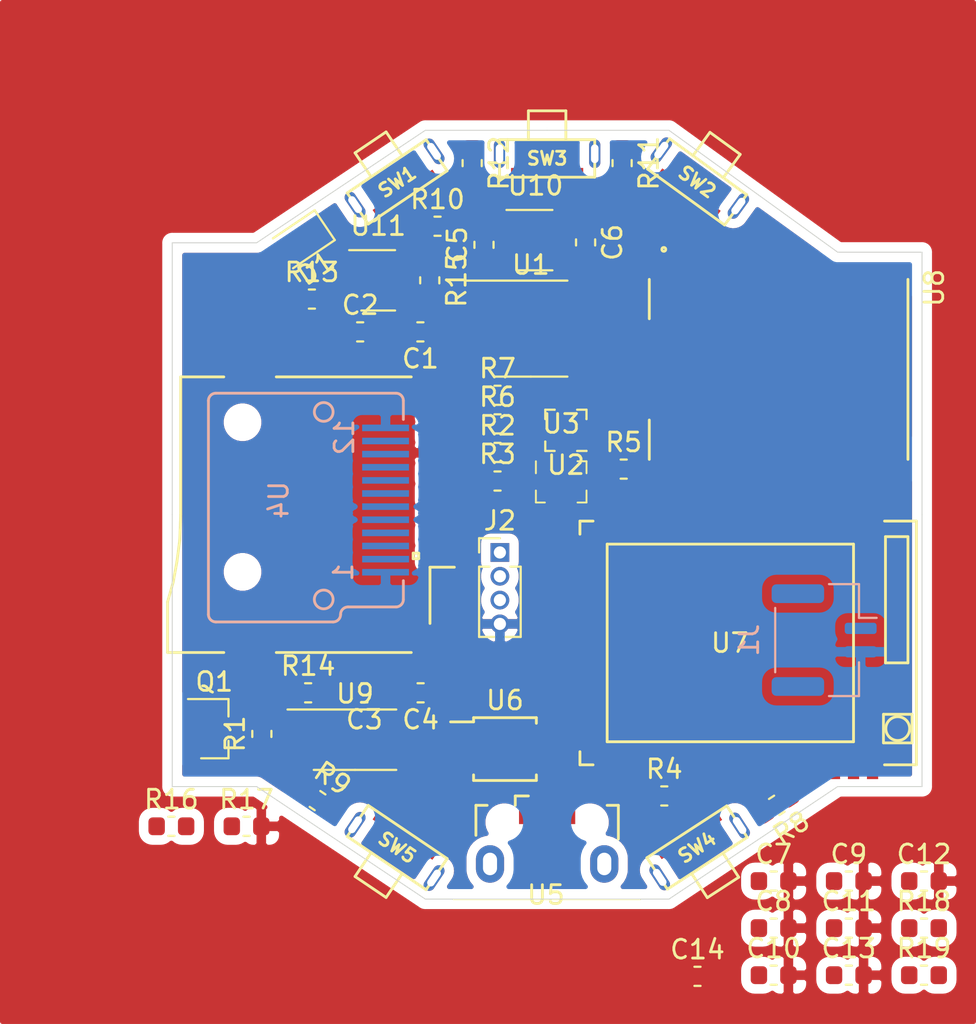
<source format=kicad_pcb>
(kicad_pcb (version 20171130) (host pcbnew 5.1.6-c6e7f7d~87~ubuntu18.04.1)
  (layers (0 F.Cu signal) (31 B.Cu signal) (34 B.Paste user) (35 F.Paste user) (36 B.SilkS user) (37 F.SilkS user) (38 B.Mask user) (39 F.Mask user) (44 Edge.Cuts user))
  (net 0 "")
  (net 1 /EN)
  (net 2 +3V3)
  (net 3 /FLASH)
  (net 4 GND)
  (net 5 "Net-(D1-Pad2)")
  (net 6 "Net-(D1-Pad1)")
  (net 7 /LEDK)
  (net 8 "Net-(R5-Pad1)")
  (net 9 /TX)
  (net 10 /BTN2)
  (net 11 /BTN3)
  (net 12 /BTN4)
  (net 13 /RX)
  (net 14 /D+)
  (net 15 /D-)
  (net 16 /SCL)
  (net 17 /SDA)
  (net 18 /PIN_LED)
  (net 19 /GPS_SDA)
  (net 20 /GPS_SCL)
  (net 21 /STAT_PWR)
  (net 22 /SCK)
  (net 23 /MOSI)
  (net 24 /MISO)
  (net 25 /IO34)
  (net 26 /IO35)
  (net 27 "Net-(U10-Pad4)")
  (net 28 "Net-(XS1-Pad9)")
  (net 29 "Net-(XS1-Pad8)")
  (net 30 "Net-(XS1-Pad1)")
  (net 31 "Net-(R1-Pad2)")
  (net 32 "Net-(R4-Pad1)")
  (net 33 "Net-(R5-Pad2)")
  (net 34 "Net-(R14-Pad1)")
  (net 35 "Net-(R15-Pad1)")
  (net 36 "Net-(U1-Pad4)")
  (net 37 "Net-(U1-Pad1)")
  (net 38 "Net-(U2-Pad4)")
  (net 39 "Net-(U2-Pad11)")
  (net 40 "Net-(U5-Pad2)")
  (net 41 "Net-(U6-Pad4)")
  (net 42 "Net-(U6-Pad5)")
  (net 43 "Net-(U6-Pad6)")
  (net 44 "Net-(U7-Pad22)")
  (net 45 "Net-(U7-Pad21)")
  (net 46 "Net-(U7-Pad20)")
  (net 47 "Net-(U7-Pad19)")
  (net 48 "Net-(U7-Pad32)")
  (net 49 "Net-(U7-Pad27)")
  (net 50 "Net-(U7-Pad28)")
  (net 51 "Net-(U7-Pad5)")
  (net 52 "Net-(U8-Pad29)")
  (net 53 "Net-(U8-Pad28)")
  (net 54 "Net-(U8-Pad30)")
  (net 55 "Net-(U8-Pad1)")
  (net 56 "Net-(U8-Pad7)")
  (net 57 "Net-(U8-Pad24)")
  (net 58 "Net-(U8-Pad20)")
  (net 59 "Net-(U8-Pad23)")
  (net 60 "Net-(U9-Pad2)")
  (net 61 /B_MON)
  (net 62 /RTC_INT)
  (net 63 /TFT_DC)
  (net 64 /TFT_CS)
  (net 65 /TFT_RST)
  (net 66 /GPS_RX)
  (net 67 /GPS_TX)
  (net 68 /SD_CS)
  (net 69 "Net-(U8-Pad2)")
  (net 70 VBUS)
  (net 71 +BATT)
  (net 72 VDD)
  (module Capacitor_SMD:C_0603_1608Metric (layer F.Cu) (at 168.021 134.62)
    (fp_text reference C14 (at 0 -1.43) (layer F.SilkS))
    (fp_text value 0.1u)
    (pad 2 smd roundrect (at 0.7875 0) (size 0.875 0.95) (layers F.Cu F.Paste F.Mask) (net 4 GND))
    (pad 1 smd roundrect (at -0.7875 0) (size 0.875 0.95) (layers F.Cu F.Paste F.Mask) (net 2 +3V3))
  )
  (module open-Smartwatch:Quectel_L96 (layer F.Cu) (at 172.25 102.25 270)
    (fp_text reference U8 (at -4.35 -8.4 90) (layer F.SilkS))
    (fp_text value Quectel_L96)
    (pad 29 smd rect (at 0 6.75) (size 1.5 0.7) (layers F.Cu F.Paste F.Mask) (net 52 "Net-(U8-Pad29)"))
    (pad 28 smd rect (at 1 6.75) (size 1.5 0.7) (layers F.Cu F.Paste F.Mask) (net 53 "Net-(U8-Pad28)"))
    (pad 27 smd rect (at 2 6.75) (size 1.5 0.7) (layers F.Cu F.Paste F.Mask) (net 4 GND))
    (pad 30 smd rect (at -1 6.75) (size 1.5 0.7) (layers F.Cu F.Paste F.Mask) (net 54 "Net-(U8-Pad30)"))
    (pad 31 smd rect (at -2 6.75) (size 1.5 0.7) (layers F.Cu F.Paste F.Mask) (net 4 GND))
    (pad 1 smd rect (at -4.78 6.025 90) (size 1.5 0.7) (layers F.Cu F.Paste F.Mask) (net 55 "Net-(U8-Pad1)"))
    (pad 2 smd rect (at -4.78 5.025 90) (size 1.5 0.7) (layers F.Cu F.Paste F.Mask) (net 69 "Net-(U8-Pad2)"))
    (pad 3 smd rect (at -4.78 4.025 90) (size 1.5 0.7) (layers F.Cu F.Paste F.Mask) (net 19 /GPS_SDA))
    (pad 4 smd rect (at -4.78 3.025 90) (size 1.5 0.7) (layers F.Cu F.Paste F.Mask) (net 4 GND))
    (pad 5 smd rect (at -4.78 2.025 90) (size 1.5 0.7) (layers F.Cu F.Paste F.Mask) (net 4 GND))
    (pad 6 smd rect (at -4.78 1.025 90) (size 1.5 0.7) (layers F.Cu F.Paste F.Mask) (net 20 /GPS_SCL))
    (pad 7 smd rect (at -4.78 0.025 90) (size 1.5 0.7) (layers F.Cu F.Paste F.Mask) (net 56 "Net-(U8-Pad7)"))
    (pad 8 smd rect (at -4.78 -0.975 90) (size 1.5 0.7) (layers F.Cu F.Paste F.Mask) (net 2 +3V3))
    (pad 9 smd rect (at -4.78 -1.975 90) (size 1.5 0.7) (layers F.Cu F.Paste F.Mask) (net 2 +3V3))
    (pad 10 smd rect (at -4.78 -2.975 90) (size 1.5 0.7) (layers F.Cu F.Paste F.Mask) (net 4 GND))
    (pad 11 smd rect (at -4.78 -3.975 90) (size 1.5 0.7) (layers F.Cu F.Paste F.Mask) (net 4 GND))
    (pad 12 smd rect (at -4.78 -4.975 90) (size 1.5 0.7) (layers F.Cu F.Paste F.Mask) (net 4 GND))
    (pad 13 smd rect (at -4.78 -6.125 90) (size 1.5 0.7) (layers F.Cu F.Paste F.Mask) (net 4 GND))
    (pad 14 smd rect (at 4.78 -6.125 90) (size 2.15 0.7) (layers F.Cu F.Paste F.Mask) (net 4 GND))
    (pad 17 smd rect (at 4.78 -2.975 90) (size 2.15 0.7) (layers F.Cu F.Paste F.Mask) (net 33 "Net-(R5-Pad2)"))
    (pad 26 smd rect (at 4.78 6.025 90) (size 1.5 0.7) (layers F.Cu F.Paste F.Mask) (net 67 /GPS_TX))
    (pad 15 smd rect (at 4.78 -4.975 90) (size 2.15 0.7) (layers F.Cu F.Paste F.Mask) (net 4 GND))
    (pad 22 smd rect (at 4.78 2.025 90) (size 1.5 0.7) (layers F.Cu F.Paste F.Mask) (net 4 GND))
    (pad 16 smd rect (at 4.78 -3.975 90) (size 2.15 0.7) (layers F.Cu F.Paste F.Mask) (net 8 "Net-(R5-Pad1)"))
    (pad 21 smd rect (at 4.78 1.025 90) (size 2.15 0.7) (layers F.Cu F.Paste F.Mask) (net 4 GND))
    (pad 18 smd rect (at 4.78 -1.975 90) (size 2.15 0.7) (layers F.Cu F.Paste F.Mask) (net 4 GND))
    (pad 19 smd rect (at 4.78 -0.975 90) (size 2.15 0.7) (layers F.Cu F.Paste F.Mask) (net 4 GND))
    (pad 24 smd rect (at 4.78 4.025 90) (size 1.5 0.7) (layers F.Cu F.Paste F.Mask) (net 57 "Net-(U8-Pad24)"))
    (pad 20 smd rect (at 4.78 0.025 90) (size 2.15 0.7) (layers F.Cu F.Paste F.Mask) (net 58 "Net-(U8-Pad20)"))
    (pad 25 smd rect (at 4.78 5.025 90) (size 1.5 0.7) (layers F.Cu F.Paste F.Mask) (net 66 /GPS_RX))
    (pad 23 smd rect (at 4.78 3.025 90) (size 1.5 0.7) (layers F.Cu F.Paste F.Mask) (net 59 "Net-(U8-Pad23)"))
  )
  (module Resistor_SMD:R_0603_1608Metric (layer F.Cu) (at 180.105 134.56)
    (fp_text reference R19 (at 0 -1.43) (layer F.SilkS))
    (fp_text value 2.2K)
    (pad 2 smd roundrect (at 0.7875 0) (size 0.875 0.95) (layers F.Cu F.Paste F.Mask) (net 21 /STAT_PWR))
    (pad 1 smd roundrect (at -0.7875 0) (size 0.875 0.95) (layers F.Cu F.Paste F.Mask) (net 72 VDD))
  )
  (module Resistor_SMD:R_0603_1608Metric (layer F.Cu) (at 180.105 132.05)
    (fp_text reference R18 (at 0 -1.43) (layer F.SilkS))
    (fp_text value 2.2K)
    (pad 2 smd roundrect (at 0.7875 0) (size 0.875 0.95) (layers F.Cu F.Paste F.Mask) (net 2 +3V3))
    (pad 1 smd roundrect (at -0.7875 0) (size 0.875 0.95) (layers F.Cu F.Paste F.Mask) (net 62 /RTC_INT))
  )
  (module Capacitor_SMD:C_0603_1608Metric (layer F.Cu) (at 176.095 134.56)
    (fp_text reference C13 (at 0 -1.43) (layer F.SilkS))
    (fp_text value 0.1u)
    (pad 2 smd roundrect (at 0.7875 0) (size 0.875 0.95) (layers F.Cu F.Paste F.Mask) (net 4 GND))
    (pad 1 smd roundrect (at -0.7875 0) (size 0.875 0.95) (layers F.Cu F.Paste F.Mask) (net 2 +3V3))
  )
  (module Capacitor_SMD:C_0603_1608Metric (layer F.Cu) (at 180.105 129.54)
    (fp_text reference C12 (at 0 -1.43) (layer F.SilkS))
    (fp_text value 0.1u)
    (pad 2 smd roundrect (at 0.7875 0) (size 0.875 0.95) (layers F.Cu F.Paste F.Mask) (net 4 GND))
    (pad 1 smd roundrect (at -0.7875 0) (size 0.875 0.95) (layers F.Cu F.Paste F.Mask) (net 2 +3V3))
  )
  (module Capacitor_SMD:C_0603_1608Metric (layer F.Cu) (at 176.095 132.05)
    (fp_text reference C11 (at 0 -1.43) (layer F.SilkS))
    (fp_text value 0.1u)
    (pad 2 smd roundrect (at 0.7875 0) (size 0.875 0.95) (layers F.Cu F.Paste F.Mask) (net 4 GND))
    (pad 1 smd roundrect (at -0.7875 0) (size 0.875 0.95) (layers F.Cu F.Paste F.Mask) (net 2 +3V3))
  )
  (module Capacitor_SMD:C_0603_1608Metric (layer F.Cu) (at 172.085 134.56)
    (fp_text reference C10 (at 0 -1.43) (layer F.SilkS))
    (fp_text value 0.1u)
    (pad 2 smd roundrect (at 0.7875 0) (size 0.875 0.95) (layers F.Cu F.Paste F.Mask) (net 4 GND))
    (pad 1 smd roundrect (at -0.7875 0) (size 0.875 0.95) (layers F.Cu F.Paste F.Mask) (net 2 +3V3))
  )
  (module Capacitor_SMD:C_0603_1608Metric (layer F.Cu) (at 176.095 129.54)
    (fp_text reference C9 (at 0 -1.43) (layer F.SilkS))
    (fp_text value 0.1u)
    (pad 2 smd roundrect (at 0.7875 0) (size 0.875 0.95) (layers F.Cu F.Paste F.Mask) (net 4 GND))
    (pad 1 smd roundrect (at -0.7875 0) (size 0.875 0.95) (layers F.Cu F.Paste F.Mask) (net 2 +3V3))
  )
  (module Capacitor_SMD:C_0603_1608Metric (layer F.Cu) (at 172.085 132.05)
    (fp_text reference C8 (at 0 -1.43) (layer F.SilkS))
    (fp_text value 0.1u)
    (pad 2 smd roundrect (at 0.7875 0) (size 0.875 0.95) (layers F.Cu F.Paste F.Mask) (net 4 GND))
    (pad 1 smd roundrect (at -0.7875 0) (size 0.875 0.95) (layers F.Cu F.Paste F.Mask) (net 2 +3V3))
  )
  (module Capacitor_SMD:C_0603_1608Metric (layer F.Cu) (at 172.085 129.54)
    (fp_text reference C7 (at 0 -1.43) (layer F.SilkS))
    (fp_text value 0.1u)
    (pad 2 smd roundrect (at 0.7875 0) (size 0.875 0.95) (layers F.Cu F.Paste F.Mask) (net 4 GND))
    (pad 1 smd roundrect (at -0.7875 0) (size 0.875 0.95) (layers F.Cu F.Paste F.Mask) (net 2 +3V3))
  )
  (module Connector_PinHeader_1.27mm:PinHeader_1x04_P1.27mm_Vertical (layer F.Cu) (at 157.48 112.014)
    (fp_text reference J2 (at 0 -1.695) (layer F.SilkS))
    (fp_text value Conn_01x04)
    (pad 4 thru_hole oval (at 0 3.81) (size 1 1) (drill 0.65) (layers *.Cu *.Mask) (net 4 GND))
    (pad 3 thru_hole oval (at 0 2.54) (size 1 1) (drill 0.65) (layers *.Cu *.Mask) (net 2 +3V3))
    (pad 2 thru_hole oval (at 0 1.27) (size 1 1) (drill 0.65) (layers *.Cu *.Mask) (net 17 /SDA))
    (pad 1 thru_hole rect (at 0 0) (size 1 1) (drill 0.65) (layers *.Cu *.Mask) (net 16 /SCL))
  )
  (module Resistor_SMD:R_0603_1608Metric (layer F.Cu) (at 143.964 126.619)
    (fp_text reference R17 (at 0 -1.43) (layer F.SilkS))
    (fp_text value 2.2M)
    (pad 2 smd roundrect (at 0.7875 0) (size 0.875 0.95) (layers F.Cu F.Paste F.Mask) (net 4 GND))
    (pad 1 smd roundrect (at -0.7875 0) (size 0.875 0.95) (layers F.Cu F.Paste F.Mask) (net 61 /B_MON))
  )
  (module Resistor_SMD:R_0603_1608Metric (layer F.Cu) (at 139.954 126.619)
    (fp_text reference R16 (at 0 -1.43) (layer F.SilkS))
    (fp_text value 10M)
    (pad 2 smd roundrect (at 0.7875 0) (size 0.875 0.95) (layers F.Cu F.Paste F.Mask) (net 61 /B_MON))
    (pad 1 smd roundrect (at -0.7875 0) (size 0.875 0.95) (layers F.Cu F.Paste F.Mask) (net 71 +BATT))
  )
  (module Resistor_SMD:R_0603_1608Metric (layer F.Cu) (at 164.084 107.569)
    (fp_text reference R5 (at 0 -1.43) (layer F.SilkS))
    (fp_text value 0R)
    (pad 2 smd roundrect (at 0.7875 0) (size 0.875 0.95) (layers F.Cu F.Paste F.Mask) (net 33 "Net-(R5-Pad2)"))
    (pad 1 smd roundrect (at -0.7875 0) (size 0.875 0.95) (layers F.Cu F.Paste F.Mask) (net 8 "Net-(R5-Pad1)"))
  )
  (module Resistor_SMD:R_0603_1608Metric (layer F.Cu) (at 157.353 103.632)
    (fp_text reference R7 (at 0 -1.43) (layer F.SilkS))
    (fp_text value 2.2k)
    (pad 2 smd roundrect (at 0.7875 0) (size 0.875 0.95) (layers F.Cu F.Paste F.Mask) (net 16 /SCL))
    (pad 1 smd roundrect (at -0.7875 0) (size 0.875 0.95) (layers F.Cu F.Paste F.Mask) (net 2 +3V3))
  )
  (module Resistor_SMD:R_0603_1608Metric (layer F.Cu) (at 157.353 105.156)
    (fp_text reference R6 (at 0 -1.43) (layer F.SilkS))
    (fp_text value 2.2k)
    (pad 2 smd roundrect (at 0.7875 0) (size 0.875 0.95) (layers F.Cu F.Paste F.Mask) (net 17 /SDA))
    (pad 1 smd roundrect (at -0.7875 0) (size 0.875 0.95) (layers F.Cu F.Paste F.Mask) (net 2 +3V3))
  )
  (module Resistor_SMD:R_0603_1608Metric (layer F.Cu) (at 157.353 108.204)
    (fp_text reference R3 (at 0 -1.43) (layer F.SilkS))
    (fp_text value 2.2k)
    (pad 2 smd roundrect (at 0.7875 0) (size 0.875 0.95) (layers F.Cu F.Paste F.Mask) (net 20 /GPS_SCL))
    (pad 1 smd roundrect (at -0.7875 0) (size 0.875 0.95) (layers F.Cu F.Paste F.Mask) (net 2 +3V3))
  )
  (module Resistor_SMD:R_0603_1608Metric (layer F.Cu) (at 157.353 106.68)
    (fp_text reference R2 (at 0 -1.43) (layer F.SilkS))
    (fp_text value 2.2k)
    (pad 2 smd roundrect (at 0.7875 0) (size 0.875 0.95) (layers F.Cu F.Paste F.Mask) (net 19 /GPS_SDA))
    (pad 1 smd roundrect (at -0.7875 0) (size 0.875 0.95) (layers F.Cu F.Paste F.Mask) (net 2 +3V3))
  )
  (module Connector_JST:JST_GH_BM02B-GHS-TBT_1x02-1MP_P1.25mm_Vertical (layer B.Cu) (at 174.7774 116.6876 270)
    (fp_text reference J1 (at 0 4 90) (layer B.SilkS) (effects (justify mirror)))
    (fp_text value Conn_01x02)
    (pad MP smd roundrect (at 2.475 1.4 270) (size 1 2.8) (layers B.Cu B.Paste B.Mask))
    (pad MP smd roundrect (at -2.475 1.4 270) (size 1 2.8) (layers B.Cu B.Paste B.Mask))
    (pad 2 smd roundrect (at 0.625 -1.95 270) (size 0.6 1.7) (layers B.Cu B.Paste B.Mask) (net 4 GND))
    (pad 1 smd roundrect (at -0.625 -1.95 270) (size 0.6 1.7) (layers B.Cu B.Paste B.Mask) (net 71 +BATT))
  )
  (module open-Smartwatch:Bosch_LGA-8_2x2.5mm_P0.65mm_ClockwisePinNumbering (layer F.Cu) (at 160.75 108.25)
    (fp_text reference U3 (at 0 -3.1) (layer F.SilkS))
    (fp_text value BMP280)
    (pad 1 smd rect (at -0.975 -0.8 90) (size 0.5 0.35) (layers F.Cu F.Paste F.Mask) (net 4 GND))
    (pad 5 smd rect (at 0.975 0.8 90) (size 0.5 0.35) (layers F.Cu F.Paste F.Mask) (net 4 GND))
    (pad 6 smd rect (at 0.325 0.8 90) (size 0.5 0.35) (layers F.Cu F.Paste F.Mask) (net 2 +3V3))
    (pad 7 smd rect (at -0.325 0.8 90) (size 0.5 0.35) (layers F.Cu F.Paste F.Mask) (net 4 GND))
    (pad 4 smd rect (at 0.975 -0.8 90) (size 0.5 0.35) (layers F.Cu F.Paste F.Mask) (net 16 /SCL))
    (pad 3 smd rect (at 0.325 -0.8 90) (size 0.5 0.35) (layers F.Cu F.Paste F.Mask) (net 17 /SDA))
    (pad 2 smd rect (at -0.325 -0.8 90) (size 0.5 0.35) (layers F.Cu F.Paste F.Mask) (net 2 +3V3))
    (pad 8 smd rect (at -0.975 0.8 90) (size 0.5 0.35) (layers F.Cu F.Paste F.Mask) (net 2 +3V3))
  )
  (module open-Smartwatch:LGA-12_2x2mm_P0.5mm (layer F.Cu) (at 161 105.5 180)
    (fp_text reference U2 (at 0 -1.85) (layer F.SilkS))
    (fp_text value BMA400)
    (pad 2 smd rect (at -0.7625 -0.25 180) (size 0.375 0.35) (layers F.Cu F.Paste F.Mask) (net 17 /SDA))
    (pad 3 smd rect (at -0.7625 0.25 180) (size 0.375 0.35) (layers F.Cu F.Paste F.Mask) (net 2 +3V3))
    (pad 9 smd rect (at 0.7625 -0.25 180) (size 0.375 0.35) (layers F.Cu F.Paste F.Mask) (net 4 GND))
    (pad 8 smd rect (at 0.7625 0.25 180) (size 0.375 0.35) (layers F.Cu F.Paste F.Mask) (net 4 GND))
    (pad 4 smd rect (at -0.7625 0.75 180) (size 0.375 0.35) (layers F.Cu F.Paste F.Mask) (net 38 "Net-(U2-Pad4)"))
    (pad 7 smd rect (at 0.7625 0.75 180) (size 0.375 0.35) (layers F.Cu F.Paste F.Mask) (net 2 +3V3))
    (pad 1 smd rect (at -0.7625 -0.75 180) (size 0.375 0.35) (layers F.Cu F.Paste F.Mask) (net 4 GND))
    (pad 10 smd rect (at 0.7625 -0.75 180) (size 0.375 0.35) (layers F.Cu F.Paste F.Mask) (net 2 +3V3))
    (pad 5 smd rect (at -0.25 0.7625 270) (size 0.375 0.35) (layers F.Cu F.Paste F.Mask) (net 25 /IO34))
    (pad 6 smd rect (at 0.25 0.7625 270) (size 0.375 0.35) (layers F.Cu F.Paste F.Mask) (net 26 /IO35))
    (pad 11 smd rect (at 0.25 -0.7625 270) (size 0.375 0.35) (layers F.Cu F.Paste F.Mask) (net 39 "Net-(U2-Pad11)"))
    (pad 12 smd rect (at -0.25 -0.7625 270) (size 0.375 0.35) (layers F.Cu F.Paste F.Mask) (net 16 /SCL))
  )
  (module Package_SO:SOIC-8_3.9x4.9mm_P1.27mm (layer F.Cu) (at 159.131 100.076)
    (fp_text reference U1 (at 0 -3.4) (layer F.SilkS))
    (fp_text value DS3231MZ)
    (pad 8 smd roundrect (at 2.475 -1.905) (size 1.95 0.6) (layers F.Cu F.Paste F.Mask) (net 16 /SCL))
    (pad 7 smd roundrect (at 2.475 -0.635) (size 1.95 0.6) (layers F.Cu F.Paste F.Mask) (net 17 /SDA))
    (pad 6 smd roundrect (at 2.475 0.635) (size 1.95 0.6) (layers F.Cu F.Paste F.Mask) (net 2 +3V3))
    (pad 5 smd roundrect (at 2.475 1.905) (size 1.95 0.6) (layers F.Cu F.Paste F.Mask) (net 4 GND))
    (pad 4 smd roundrect (at -2.475 1.905) (size 1.95 0.6) (layers F.Cu F.Paste F.Mask) (net 36 "Net-(U1-Pad4)"))
    (pad 3 smd roundrect (at -2.475 0.635) (size 1.95 0.6) (layers F.Cu F.Paste F.Mask) (net 62 /RTC_INT))
    (pad 2 smd roundrect (at -2.475 -0.635) (size 1.95 0.6) (layers F.Cu F.Paste F.Mask) (net 2 +3V3))
    (pad 1 smd roundrect (at -2.475 -1.905) (size 1.95 0.6) (layers F.Cu F.Paste F.Mask) (net 37 "Net-(U1-Pad1)"))
  )
  (module open-Smartwatch:MSOP-10_3x3mm_P0.5mm (layer F.Cu) (at 157.75 122.5)
    (fp_text reference U6 (at 0 -2.6) (layer F.SilkS))
    (fp_text value CH340E)
    (pad 1 smd rect (at -2.2 -1) (size 1.4 0.3) (layers F.Cu F.Paste F.Mask) (net 14 /D+))
    (pad 2 smd rect (at -2.2 -0.5) (size 1.4 0.3) (layers F.Cu F.Paste F.Mask) (net 15 /D-))
    (pad 3 smd rect (at -2.2 0) (size 1.4 0.3) (layers F.Cu F.Paste F.Mask) (net 4 GND))
    (pad 4 smd rect (at -2.2 0.5) (size 1.4 0.3) (layers F.Cu F.Paste F.Mask) (net 41 "Net-(U6-Pad4)"))
    (pad 5 smd rect (at -2.2 1) (size 1.4 0.3) (layers F.Cu F.Paste F.Mask) (net 42 "Net-(U6-Pad5)"))
    (pad 6 smd rect (at 2.2 1) (size 1.4 0.3) (layers F.Cu F.Paste F.Mask) (net 43 "Net-(U6-Pad6)"))
    (pad 7 smd rect (at 2.2 0.5) (size 1.4 0.3) (layers F.Cu F.Paste F.Mask) (net 2 +3V3))
    (pad 8 smd rect (at 2.2 0) (size 1.4 0.3) (layers F.Cu F.Paste F.Mask) (net 13 /RX))
    (pad 9 smd rect (at 2.2 -0.5) (size 1.4 0.3) (layers F.Cu F.Paste F.Mask) (net 32 "Net-(R4-Pad1)"))
    (pad 10 smd rect (at 2.2 -1) (size 1.4 0.3) (layers F.Cu F.Paste F.Mask) (net 2 +3V3))
  )
  (module open-Smartwatch:TSSOP-8_4.4x3mm_P0.65mm (layer F.Cu) (at 149.75 122)
    (fp_text reference U9 (at 0 -2.45) (layer F.SilkS))
    (fp_text value TPS2115A_default)
    (pad 1 smd roundrect (at -2.8625 -0.975) (size 1.475 0.4) (layers F.Cu F.Paste F.Mask) (net 21 /STAT_PWR))
    (pad 2 smd roundrect (at -2.8625 -0.325) (size 1.475 0.4) (layers F.Cu F.Paste F.Mask) (net 60 "Net-(U9-Pad2)"))
    (pad 3 smd roundrect (at -2.8625 0.325) (size 1.475 0.4) (layers F.Cu F.Paste F.Mask) (net 4 GND))
    (pad 4 smd roundrect (at -2.8625 0.975) (size 1.475 0.4) (layers F.Cu F.Paste F.Mask) (net 34 "Net-(R14-Pad1)"))
    (pad 5 smd roundrect (at 2.8625 0.975) (size 1.475 0.4) (layers F.Cu F.Paste F.Mask) (net 4 GND))
    (pad 6 smd roundrect (at 2.8625 0.325) (size 1.475 0.4) (layers F.Cu F.Paste F.Mask) (net 70 VBUS))
    (pad 7 smd roundrect (at 2.8625 -0.325) (size 1.475 0.4) (layers F.Cu F.Paste F.Mask) (net 72 VDD))
    (pad 8 smd roundrect (at 2.8625 -0.975) (size 1.475 0.4) (layers F.Cu F.Paste F.Mask) (net 71 +BATT))
  )
  (module open-Smartwatch:SOT-23-5 (layer F.Cu) (at 150.988 97.5)
    (fp_text reference U11 (at 0 -2.9) (layer F.SilkS))
    (fp_text value MCP73831T-2ACI_OT hide)
    (pad 1 smd rect (at -1.1 -0.95) (size 1.06 0.65) (layers F.Cu F.Paste F.Mask) (net 6 "Net-(D1-Pad1)"))
    (pad 2 smd rect (at -1.1 0) (size 1.06 0.65) (layers F.Cu F.Paste F.Mask) (net 4 GND))
    (pad 3 smd rect (at -1.1 0.95) (size 1.06 0.65) (layers F.Cu F.Paste F.Mask) (net 71 +BATT))
    (pad 4 smd rect (at 1.1 0.95) (size 1.06 0.65) (layers F.Cu F.Paste F.Mask) (net 70 VBUS))
    (pad 5 smd rect (at 1.1 -0.95) (size 1.06 0.65) (layers F.Cu F.Paste F.Mask) (net 35 "Net-(R15-Pad1)"))
  )
  (module open-Smartwatch:SOT-23-5 (layer F.Cu) (at 159.381 95.357)
    (fp_text reference U10 (at 0 -2.9) (layer F.SilkS))
    (fp_text value MCP1812AT)
    (pad 1 smd rect (at -1.1 -0.95) (size 1.06 0.65) (layers F.Cu F.Paste F.Mask) (net 72 VDD))
    (pad 2 smd rect (at -1.1 0) (size 1.06 0.65) (layers F.Cu F.Paste F.Mask) (net 4 GND))
    (pad 3 smd rect (at -1.1 0.95) (size 1.06 0.65) (layers F.Cu F.Paste F.Mask) (net 72 VDD))
    (pad 4 smd rect (at 1.1 0.95) (size 1.06 0.65) (layers F.Cu F.Paste F.Mask) (net 27 "Net-(U10-Pad4)"))
    (pad 5 smd rect (at 1.1 -0.95) (size 1.06 0.65) (layers F.Cu F.Paste F.Mask) (net 2 +3V3))
  )
  (module Resistor_SMD:R_0603_1608Metric (layer F.Cu) (at 156 91.25 270)
    (fp_text reference R12 (at 0 -1.43 90) (layer F.SilkS))
    (fp_text value 10k)
    (pad 2 smd roundrect (at 0.7875 0 270) (size 0.875 0.95) (layers F.Cu F.Paste F.Mask) (net 4 GND))
    (pad 1 smd roundrect (at -0.7875 0 270) (size 0.875 0.95) (layers F.Cu F.Paste F.Mask) (net 12 /BTN4))
  )
  (module Resistor_SMD:R_0603_1608Metric (layer F.Cu) (at 164 91.25 270)
    (fp_text reference R11 (at 0 -1.43 90) (layer F.SilkS))
    (fp_text value 10k)
    (pad 2 smd roundrect (at 0.7875 0 270) (size 0.875 0.95) (layers F.Cu F.Paste F.Mask) (net 4 GND))
    (pad 1 smd roundrect (at -0.7875 0 270) (size 0.875 0.95) (layers F.Cu F.Paste F.Mask) (net 11 /BTN3))
  )
  (module Resistor_SMD:R_0603_1608Metric (layer F.Cu) (at 154.1525 94.615)
    (fp_text reference R10 (at 0 -1.43) (layer F.SilkS))
    (fp_text value 10k)
    (pad 2 smd roundrect (at 0.7875 0) (size 0.875 0.95) (layers F.Cu F.Paste F.Mask) (net 4 GND))
    (pad 1 smd roundrect (at -0.7875 0) (size 0.875 0.95) (layers F.Cu F.Paste F.Mask) (net 10 /BTN2))
  )
  (module Resistor_SMD:R_0603_1608Metric (layer F.Cu) (at 147.25 119.5)
    (fp_text reference R14 (at 0 -1.43) (layer F.SilkS))
    (fp_text value 510R)
    (pad 2 smd roundrect (at 0.7875 0) (size 0.875 0.95) (layers F.Cu F.Paste F.Mask) (net 4 GND))
    (pad 1 smd roundrect (at -0.7875 0) (size 0.875 0.95) (layers F.Cu F.Paste F.Mask) (net 34 "Net-(R14-Pad1)"))
  )
  (module Resistor_SMD:R_0603_1608Metric (layer F.Cu) (at 166.25 125)
    (fp_text reference R4 (at 0 -1.43) (layer F.SilkS))
    (fp_text value 470R)
    (pad 2 smd roundrect (at 0.7875 0) (size 0.875 0.95) (layers F.Cu F.Paste F.Mask) (net 9 /TX))
    (pad 1 smd roundrect (at -0.7875 0) (size 0.875 0.95) (layers F.Cu F.Paste F.Mask) (net 32 "Net-(R4-Pad1)"))
  )
  (module Resistor_SMD:R_0603_1608Metric (layer F.Cu) (at 153.738 97.5 270)
    (fp_text reference R15 (at 0 -1.43 90) (layer F.SilkS))
    (fp_text value 5k)
    (pad 2 smd roundrect (at 0.7875 0 270) (size 0.875 0.95) (layers F.Cu F.Paste F.Mask) (net 4 GND))
    (pad 1 smd roundrect (at -0.7875 0 270) (size 0.875 0.95) (layers F.Cu F.Paste F.Mask) (net 35 "Net-(R15-Pad1)"))
  )
  (module Resistor_SMD:R_0603_1608Metric (layer F.Cu) (at 147.4505 98.5)
    (fp_text reference R13 (at 0 -1.43) (layer F.SilkS))
    (fp_text value 470R)
    (pad 2 smd roundrect (at 0.7875 0) (size 0.875 0.95) (layers F.Cu F.Paste F.Mask) (net 70 VBUS))
    (pad 1 smd roundrect (at -0.7875 0) (size 0.875 0.95) (layers F.Cu F.Paste F.Mask) (net 5 "Net-(D1-Pad2)"))
  )
  (module Resistor_SMD:R_0603_1608Metric (layer F.Cu) (at 144.78 121.6915 90)
    (fp_text reference R1 (at 0 -1.43 90) (layer F.SilkS))
    (fp_text value 22)
    (pad 2 smd roundrect (at 0.7875 0 90) (size 0.875 0.95) (layers F.Cu F.Paste F.Mask) (net 31 "Net-(R1-Pad2)"))
    (pad 1 smd roundrect (at -0.7875 0 90) (size 0.875 0.95) (layers F.Cu F.Paste F.Mask) (net 2 +3V3))
  )
  (module Package_TO_SOT_SMD:SOT-23 (layer F.Cu) (at 142.24 121.412)
    (fp_text reference Q1 (at 0 -2.5) (layer F.SilkS))
    (fp_text value 2N7002)
    (pad 3 smd rect (at 1 0) (size 0.9 0.8) (layers F.Cu F.Paste F.Mask) (net 7 /LEDK))
    (pad 2 smd rect (at -1 0.95) (size 0.9 0.8) (layers F.Cu F.Paste F.Mask) (net 4 GND))
    (pad 1 smd rect (at -1 -0.95) (size 0.9 0.8) (layers F.Cu F.Paste F.Mask) (net 18 /PIN_LED))
  )
  (module LED_SMD:LED_0805_2012Metric (layer F.Cu) (at 146.738 95.5 214)
    (fp_text reference D1 (at 0 -1.65 34) (layer F.SilkS))
    (fp_text value LED_Green)
    (pad 2 smd roundrect (at 0.9375 0 214) (size 0.975 1.4) (layers F.Cu F.Paste F.Mask) (net 5 "Net-(D1-Pad2)"))
    (pad 1 smd roundrect (at -0.9375 0 214) (size 0.975 1.4) (layers F.Cu F.Paste F.Mask) (net 6 "Net-(D1-Pad1)"))
  )
  (module Capacitor_SMD:C_0603_1608Metric (layer F.Cu) (at 153.25 119.5 180)
    (fp_text reference C4 (at 0 -1.43) (layer F.SilkS))
    (fp_text value 0.1u)
    (pad 2 smd roundrect (at 0.7875 0 180) (size 0.875 0.95) (layers F.Cu F.Paste F.Mask) (net 4 GND))
    (pad 1 smd roundrect (at -0.7875 0 180) (size 0.875 0.95) (layers F.Cu F.Paste F.Mask) (net 71 +BATT))
  )
  (module Capacitor_SMD:C_0603_1608Metric (layer F.Cu) (at 150.25 119.5 180)
    (fp_text reference C3 (at 0 -1.43) (layer F.SilkS))
    (fp_text value 0.1u)
    (pad 2 smd roundrect (at 0.7875 0 180) (size 0.875 0.95) (layers F.Cu F.Paste F.Mask) (net 4 GND))
    (pad 1 smd roundrect (at -0.7875 0 180) (size 0.875 0.95) (layers F.Cu F.Paste F.Mask) (net 70 VBUS))
  )
  (module Capacitor_SMD:C_0603_1608Metric (layer F.Cu) (at 156.631 95.607 90)
    (fp_text reference C5 (at 0 -1.43 90) (layer F.SilkS))
    (fp_text value 4.7u)
    (pad 2 smd roundrect (at 0.7875 0 90) (size 0.875 0.95) (layers F.Cu F.Paste F.Mask) (net 4 GND))
    (pad 1 smd roundrect (at -0.7875 0 90) (size 0.875 0.95) (layers F.Cu F.Paste F.Mask) (net 72 VDD))
  )
  (module Capacitor_SMD:C_0603_1608Metric (layer F.Cu) (at 162.052 95.4785 270)
    (fp_text reference C6 (at 0 -1.43 90) (layer F.SilkS))
    (fp_text value 4.7u)
    (pad 2 smd roundrect (at 0.7875 0 270) (size 0.875 0.95) (layers F.Cu F.Paste F.Mask) (net 4 GND))
    (pad 1 smd roundrect (at -0.7875 0 270) (size 0.875 0.95) (layers F.Cu F.Paste F.Mask) (net 2 +3V3))
  )
  (module Capacitor_SMD:C_0603_1608Metric (layer F.Cu) (at 150.0255 100.25)
    (fp_text reference C2 (at 0 -1.43) (layer F.SilkS))
    (fp_text value 4.7uF)
    (pad 2 smd roundrect (at 0.7875 0) (size 0.875 0.95) (layers F.Cu F.Paste F.Mask) (net 4 GND))
    (pad 1 smd roundrect (at -0.7875 0) (size 0.875 0.95) (layers F.Cu F.Paste F.Mask) (net 71 +BATT))
  )
  (module Capacitor_SMD:C_0603_1608Metric (layer F.Cu) (at 153.238 100.25 180)
    (fp_text reference C1 (at 0 -1.43) (layer F.SilkS))
    (fp_text value 4.7uF)
    (pad 2 smd roundrect (at 0.7875 0 180) (size 0.875 0.95) (layers F.Cu F.Paste F.Mask) (net 70 VBUS))
    (pad 1 smd roundrect (at -0.7875 0 180) (size 0.875 0.95) (layers F.Cu F.Paste F.Mask) (net 4 GND))
  )
  (module Resistor_SMD:R_0603_1608Metric (layer F.Cu) (at 147.75 125.25 326)
    (fp_text reference R9 (at 0 -1.43 146) (layer F.SilkS))
    (fp_text value 10k)
    (pad 2 smd roundrect (at 0.7875 0 326) (size 0.875 0.95) (layers F.Cu F.Paste F.Mask) (net 3 /FLASH))
    (pad 1 smd roundrect (at -0.7875 0 326) (size 0.875 0.95) (layers F.Cu F.Paste F.Mask) (net 2 +3V3))
  )
  (module Resistor_SMD:R_0603_1608Metric (layer F.Cu) (at 172.25 125.5 213)
    (fp_text reference R8 (at 0 -1.43 33) (layer F.SilkS))
    (fp_text value 10k)
    (pad 2 smd roundrect (at 0.7875 0 213) (size 0.875 0.95) (layers F.Cu F.Paste F.Mask) (net 1 /EN))
    (pad 1 smd roundrect (at -0.7875 0 213) (size 0.875 0.95) (layers F.Cu F.Paste F.Mask) (net 2 +3V3))
  )
  (module open-Smartwatch:button_side_smd (layer F.Cu) (at 160 91 90)
    (fp_text reference SW3 (at 0 0 180) (layer F.SilkS) (effects (font (size 0.7 0.7))))
    (fp_text value SW_Push)
    (pad 1 smd rect (at -1.27 -1.675 90) (size 1.524 0.5) (layers F.Cu F.Paste F.Mask) (net 12 /BTN4))
    (pad 2 smd rect (at -1.27 1.675 90) (size 1.524 0.5) (layers F.Cu F.Paste F.Mask) (net 2 +3V3))
    (pad "" thru_hole oval (at 0.25 -2.54 90) (size 1.524 0.6) (drill oval 1 0.4) (layers *.Cu *.Mask))
    (pad "" thru_hole oval (at 0.25 2.54 90) (size 1.524 0.6) (drill oval 1 0.4) (layers *.Cu *.Mask))
  )
  (module open-Smartwatch:USBmicro-B (layer F.Cu) (at 160 128.5)
    (fp_text reference U5 (at -0.0635 1.778) (layer F.SilkS))
    (fp_text value USB-OTG)
    (pad "" np_thru_hole oval (at 2.286 -2.0955) (size 1 1) (drill oval 1) (layers *.Cu *.Mask))
    (pad "" np_thru_hole oval (at -2.286 -2.0955) (size 1 1) (drill oval 1) (layers *.Cu *.Mask))
    (pad 1 smd rect (at 1.3 -2.675) (size 0.4 1.35) (layers F.Cu F.Paste F.Mask) (net 4 GND))
    (pad 2 smd rect (at 0.65 -2.675) (size 0.4 1.35) (layers F.Cu F.Paste F.Mask) (net 40 "Net-(U5-Pad2)"))
    (pad 3 smd rect (at 0 -2.675) (size 0.4 1.35) (layers F.Cu F.Paste F.Mask) (net 14 /D+))
    (pad 4 smd rect (at -0.65 -2.675) (size 0.4 1.35) (layers F.Cu F.Paste F.Mask) (net 15 /D-))
    (pad 5 smd rect (at -1.3 -2.675) (size 0.4 1.35) (layers F.Cu F.Paste F.Mask) (net 70 VBUS))
    (pad "" thru_hole oval (at 3.048 0.127) (size 1.5 2) (drill oval 0.75 1.2) (layers *.Cu *.Mask F.Paste))
    (pad "" smd rect (at 0 0) (size 2 2) (layers F.Cu F.Paste F.Mask))
    (pad "" thru_hole oval (at -3.048 0.127) (size 1.5 2) (drill oval 0.75 1.2) (layers *.Cu *.Mask F.Paste))
  )
  (module open-Smartwatch:button_side_smd (layer F.Cu) (at 168 92.25 54)
    (fp_text reference SW2 (at 0 0 324) (layer F.SilkS) (effects (font (size 0.7 0.7))))
    (fp_text value SW_Push)
    (pad 1 smd rect (at -1.27 -1.675 54) (size 1.524 0.5) (layers F.Cu F.Paste F.Mask) (net 11 /BTN3))
    (pad 2 smd rect (at -1.27 1.675 54) (size 1.524 0.5) (layers F.Cu F.Paste F.Mask) (net 2 +3V3))
    (pad "" thru_hole oval (at 0.25 -2.54 54) (size 1.524 0.6) (drill oval 1 0.4) (layers *.Cu *.Mask))
    (pad "" thru_hole oval (at 0.25 2.54 54) (size 1.524 0.6) (drill oval 1 0.4) (layers *.Cu *.Mask))
  )
  (module open-Smartwatch:button_side_smd (layer F.Cu) (at 152 92.25 124)
    (fp_text reference SW1 (at 0 0 214) (layer F.SilkS) (effects (font (size 0.7 0.7))))
    (fp_text value SW_Push)
    (pad 1 smd rect (at -1.27 -1.675 124) (size 1.524 0.5) (layers F.Cu F.Paste F.Mask) (net 10 /BTN2))
    (pad 2 smd rect (at -1.27 1.675 124) (size 1.524 0.5) (layers F.Cu F.Paste F.Mask) (net 2 +3V3))
    (pad "" thru_hole oval (at 0.25 -2.54 124) (size 1.524 0.6) (drill oval 1 0.4) (layers *.Cu *.Mask))
    (pad "" thru_hole oval (at 0.25 2.54 124) (size 1.524 0.6) (drill oval 1 0.4) (layers *.Cu *.Mask))
  )
  (module open-Smartwatch:button_side_smd (layer F.Cu) (at 152 127.75 236)
    (fp_text reference SW5 (at 0 0 326) (layer F.SilkS) (effects (font (size 0.7 0.7))))
    (fp_text value SW_Push)
    (pad 1 smd rect (at -1.27 -1.675 236) (size 1.524 0.5) (layers F.Cu F.Paste F.Mask) (net 4 GND))
    (pad 2 smd rect (at -1.27 1.675 236) (size 1.524 0.5) (layers F.Cu F.Paste F.Mask) (net 3 /FLASH))
    (pad "" thru_hole oval (at 0.25 -2.54 236) (size 1.524 0.6) (drill oval 1 0.4) (layers *.Cu *.Mask))
    (pad "" thru_hole oval (at 0.25 2.54 236) (size 1.524 0.6) (drill oval 1 0.4) (layers *.Cu *.Mask))
  )
  (module open-Smartwatch:button_side_smd (layer F.Cu) (at 168 127.75 303)
    (fp_text reference SW4 (at 0 0 213) (layer F.SilkS) (effects (font (size 0.7 0.7))))
    (fp_text value SW_Push)
    (pad 1 smd rect (at -1.27 -1.675 303) (size 1.524 0.5) (layers F.Cu F.Paste F.Mask) (net 4 GND))
    (pad 2 smd rect (at -1.27 1.675 303) (size 1.524 0.5) (layers F.Cu F.Paste F.Mask) (net 1 /EN))
    (pad "" thru_hole oval (at 0.25 -2.54 303) (size 1.524 0.6) (drill oval 1 0.4) (layers *.Cu *.Mask))
    (pad "" thru_hole oval (at 0.25 2.54 303) (size 1.524 0.6) (drill oval 1 0.4) (layers *.Cu *.Mask))
  )
  (module open-Smartwatch:Conn_uSDcard (layer F.Cu) (at 143.75 110 270)
    (fp_text reference XS1)
    (fp_text value SD_ebay-uSD-push_push_SMD)
    (pad 6 smd rect (at 7.75 -0.4 270) (size 1.2 2.2) (layers F.Cu F.Paste F.Mask) (net 4 GND))
    (pad 6 smd rect (at -7.75 -0.4 270) (size 1.2 2.2) (layers F.Cu F.Paste F.Mask) (net 4 GND))
    (pad 6 smd rect (at 6.85 -10 270) (size 1.6 1.4) (layers F.Cu F.Paste F.Mask) (net 4 GND))
    (pad 6 smd rect (at -7.75 -10 270) (size 1.2 1.4) (layers F.Cu F.Paste F.Mask) (net 4 GND))
    (pad 9 smd rect (at -6.6 -10.5 270) (size 0.7 1.6) (layers F.Cu F.Paste F.Mask) (net 28 "Net-(XS1-Pad9)"))
    (pad 7 smd rect (at -4.4 -10.5 270) (size 0.7 1.6) (layers F.Cu F.Paste F.Mask) (net 24 /MISO))
    (pad 8 smd rect (at -5.5 -10.5 270) (size 0.7 1.6) (layers F.Cu F.Paste F.Mask) (net 29 "Net-(XS1-Pad8)"))
    (pad 6 smd rect (at -3.3 -10.5 270) (size 0.7 1.6) (layers F.Cu F.Paste F.Mask) (net 4 GND))
    (pad 5 smd rect (at -2.2 -10.5 270) (size 0.7 1.6) (layers F.Cu F.Paste F.Mask) (net 22 /SCK))
    (pad 4 smd rect (at -1.1 -10.5 270) (size 0.7 1.6) (layers F.Cu F.Paste F.Mask) (net 2 +3V3))
    (pad 1 smd rect (at 2.2 -10.5 270) (size 0.7 1.6) (layers F.Cu F.Paste F.Mask) (net 30 "Net-(XS1-Pad1)"))
    (pad 2 smd rect (at 1.1 -10.5 270) (size 0.7 1.6) (layers F.Cu F.Paste F.Mask) (net 68 /SD_CS))
    (pad "" np_thru_hole circle (at 3.05 0 270) (size 1 1) (drill 1) (layers *.Cu))
    (pad "" np_thru_hole circle (at -4.93 0 270) (size 1 1) (drill 1) (layers *.Cu))
    (pad 3 smd rect (at 0 -10.5 270) (size 0.7 1.6) (layers F.Cu F.Paste F.Mask) (net 23 /MOSI))
  )
  (module open-Smartwatch:ttgo-32-micro (layer F.Cu) (at 170.25 116.84 270)
    (fp_text reference U7 (at 0 0.5 180) (layer F.SilkS))
    (fp_text value ttgo-32-micro)
    (pad 23 smd rect (at 3.556 8.5) (size 1.524 0.6) (layers F.Cu F.Paste F.Mask) (net 21 /STAT_PWR))
    (pad 22 smd rect (at 2.54 8.5) (size 1.524 0.6) (layers F.Cu F.Paste F.Mask) (net 44 "Net-(U7-Pad22)"))
    (pad 21 smd rect (at 1.524 8.5) (size 1.524 0.6) (layers F.Cu F.Paste F.Mask) (net 45 "Net-(U7-Pad21)"))
    (pad 20 smd rect (at 0.508 8.5) (size 1.524 0.6) (layers F.Cu F.Paste F.Mask) (net 46 "Net-(U7-Pad20)"))
    (pad 19 smd rect (at -0.508 8.5) (size 1.524 0.6) (layers F.Cu F.Paste F.Mask) (net 47 "Net-(U7-Pad19)"))
    (pad 18 smd rect (at -1.524 8.5) (size 1.524 0.6) (layers F.Cu F.Paste F.Mask) (net 10 /BTN2))
    (pad 17 smd rect (at -2.54 8.5) (size 1.524 0.6) (layers F.Cu F.Paste F.Mask) (net 12 /BTN4))
    (pad 16 smd rect (at -3.556 8.5) (size 1.524 0.6) (layers F.Cu F.Paste F.Mask) (net 11 /BTN3))
    (pad 32 smd rect (at 6.5 -1.016 270) (size 1.524 0.6) (layers F.Cu F.Paste F.Mask) (net 48 "Net-(U7-Pad32)"))
    (pad 38 smd rect (at 6.5 -7.112 270) (size 1.524 0.6) (layers F.Cu F.Paste F.Mask) (net 4 GND))
    (pad 29 smd rect (at 6.5 2.032 270) (size 1.524 0.6) (layers F.Cu F.Paste F.Mask) (net 64 /TFT_CS))
    (pad 30 smd rect (at 6.5 1.016 270) (size 1.524 0.6) (layers F.Cu F.Paste F.Mask) (net 22 /SCK))
    (pad 37 smd rect (at 6.5 -6.096 270) (size 1.524 0.6) (layers F.Cu F.Paste F.Mask) (net 23 /MOSI))
    (pad 36 smd rect (at 6.5 -5.08 270) (size 1.524 0.6) (layers F.Cu F.Paste F.Mask) (net 16 /SCL))
    (pad 35 smd rect (at 6.5 -4.064 270) (size 1.524 0.6) (layers F.Cu F.Paste F.Mask) (net 9 /TX))
    (pad 34 smd rect (at 6.5 -3.048 270) (size 1.524 0.6) (layers F.Cu F.Paste F.Mask) (net 13 /RX))
    (pad 24 smd rect (at 6.5 7.112 270) (size 1.524 0.6) (layers F.Cu F.Paste F.Mask) (net 18 /PIN_LED))
    (pad 25 smd rect (at 6.5 6.096 270) (size 1.524 0.6) (layers F.Cu F.Paste F.Mask) (net 3 /FLASH))
    (pad 31 smd rect (at 6.5 0 270) (size 1.524 0.6) (layers F.Cu F.Paste F.Mask) (net 24 /MISO))
    (pad 27 smd rect (at 6.5 4.064 270) (size 1.524 0.6) (layers F.Cu F.Paste F.Mask) (net 49 "Net-(U7-Pad27)"))
    (pad 33 smd rect (at 6.5 -2.032 270) (size 1.524 0.6) (layers F.Cu F.Paste F.Mask) (net 17 /SDA))
    (pad 28 smd rect (at 6.5 3.048 270) (size 1.524 0.6) (layers F.Cu F.Paste F.Mask) (net 50 "Net-(U7-Pad28)"))
    (pad 26 smd rect (at 6.5 5.08 270) (size 1.524 0.6) (layers F.Cu F.Paste F.Mask) (net 63 /TFT_DC))
    (pad 1 smd rect (at -6.5 -7.112 270) (size 1.524 0.6) (layers F.Cu F.Paste F.Mask) (net 4 GND))
    (pad 2 smd rect (at -6.5 -6.096 270) (size 1.524 0.6) (layers F.Cu F.Paste F.Mask) (net 2 +3V3))
    (pad 3 smd rect (at -6.5 -5.08 270) (size 1.524 0.6) (layers F.Cu F.Paste F.Mask) (net 1 /EN))
    (pad 4 smd rect (at -6.5 -4.064 270) (size 1.524 0.6) (layers F.Cu F.Paste F.Mask) (net 61 /B_MON))
    (pad 5 smd rect (at -6.5 -3.048 270) (size 1.524 0.6) (layers F.Cu F.Paste F.Mask) (net 51 "Net-(U7-Pad5)"))
    (pad 6 smd rect (at -6.5 -2.032 270) (size 1.524 0.6) (layers F.Cu F.Paste F.Mask) (net 25 /IO34))
    (pad 7 smd rect (at -6.5 -1.016 270) (size 1.524 0.6) (layers F.Cu F.Paste F.Mask) (net 26 /IO35))
    (pad 8 smd rect (at -6.5 0 270) (size 1.524 0.6) (layers F.Cu F.Paste F.Mask) (net 62 /RTC_INT))
    (pad 9 smd rect (at -6.5 1 270) (size 1.524 0.6) (layers F.Cu F.Paste F.Mask) (net 65 /TFT_RST))
    (pad 10 smd rect (at -6.5 2.032 270) (size 1.524 0.6) (layers F.Cu F.Paste F.Mask) (net 20 /GPS_SCL))
    (pad 11 smd rect (at -6.5 3.048 270) (size 1.524 0.6) (layers F.Cu F.Paste F.Mask) (net 19 /GPS_SDA))
    (pad 12 smd rect (at -6.5 4.064 270) (size 1.524 0.6) (layers F.Cu F.Paste F.Mask) (net 67 /GPS_TX))
    (pad 13 smd rect (at -6.5 5.08 270) (size 1.524 0.6) (layers F.Cu F.Paste F.Mask) (net 66 /GPS_RX))
    (pad 14 smd rect (at -6.5 6.096 270) (size 1.524 0.6) (layers F.Cu F.Paste F.Mask) (net 68 /SD_CS))
    (pad 15 smd rect (at -6.5 7.112 270) (size 1.524 0.6) (layers F.Cu F.Paste F.Mask) (net 4 GND))
    (pad EP smd rect (at 0 2 270) (size 5 5) (layers F.Cu F.Mask))
  )
  (module open-Smartwatch:GC9A01_IPS_display (layer B.Cu) (at 151.13 109.22 270)
    (fp_text reference U4 (at 0 5.45 270) (layer B.SilkS) (effects (justify mirror)))
    (fp_text value GC9A01_IPS_display_SPI)
    (fp_text user 12 (at -3.35 1.95 270) (layer B.SilkS) (effects (justify mirror)))
    (fp_text user 1 (at 3.85 2 270) (layer B.SilkS) (effects (justify mirror)))
    (pad 6 smd rect (at 0.35 -0.25 270) (size 0.35 2.5) (layers B.Cu B.Paste B.Mask) (net 4 GND))
    (pad 5 smd rect (at 1.05 -0.25 270) (size 0.35 2.5) (layers B.Cu B.Paste B.Mask) (net 4 GND))
    (pad 4 smd rect (at 1.75 -0.25 270) (size 0.35 2.5) (layers B.Cu B.Paste B.Mask) (net 2 +3V3))
    (pad 3 smd rect (at 2.45 -0.25 270) (size 0.35 2.5) (layers B.Cu B.Paste B.Mask) (net 31 "Net-(R1-Pad2)"))
    (pad 2 smd rect (at 3.15 -0.25 270) (size 0.35 2.5) (layers B.Cu B.Paste B.Mask) (net 7 /LEDK))
    (pad 1 smd rect (at 3.85 -0.25 270) (size 0.35 2.5) (layers B.Cu B.Paste B.Mask) (net 4 GND))
    (pad 7 smd rect (at -0.35 -0.25 270) (size 0.35 2.5) (layers B.Cu B.Paste B.Mask) (net 63 /TFT_DC))
    (pad 8 smd rect (at -1.05 -0.25 270) (size 0.35 2.5) (layers B.Cu B.Paste B.Mask) (net 64 /TFT_CS))
    (pad 9 smd rect (at -1.75 -0.25 270) (size 0.35 2.5) (layers B.Cu B.Paste B.Mask) (net 22 /SCK))
    (pad 10 smd rect (at -2.45 -0.25 270) (size 0.35 2.5) (layers B.Cu B.Paste B.Mask) (net 23 /MOSI))
    (pad 11 smd rect (at -3.15 -0.25 270) (size 0.35 2.5) (layers B.Cu B.Paste B.Mask) (net 65 /TFT_RST))
    (pad 12 smd rect (at -3.85 -0.25 270) (size 0.35 2.5) (layers B.Cu B.Paste B.Mask) (net 4 GND))
  )
  (gr_line (start 153.5 130.5) (end 144.5 124.5) (layer Edge.Cuts) (width 0.05))
  (gr_line (start 175.5 124.5) (end 166.5 130.5) (layer Edge.Cuts) (width 0.05))
  (gr_line (start 166.5 89.5) (end 175.5 96) (layer Edge.Cuts) (width 0.05))
  (gr_line (start 153.5 89.5) (end 144.5 95.5) (layer Edge.Cuts) (width 0.05))
  (gr_line (start 160 89.5) (end 153.5 89.5) (layer Edge.Cuts) (width 0.05))
  (gr_line (start 160 130.5) (end 153.5 130.5) (layer Edge.Cuts) (width 0.05))
  (gr_line (start 166.5 130.5) (end 160 130.5) (layer Edge.Cuts) (width 0.05))
  (gr_line (start 160 89.5) (end 166.5 89.5) (layer Edge.Cuts) (width 0.05))
  (gr_line (start 180 124.5) (end 175.5 124.5) (layer Edge.Cuts) (width 0.05))
  (gr_line (start 180 96) (end 175.5 96) (layer Edge.Cuts) (width 0.05))
  (gr_line (start 140 95.5) (end 144.5 95.5) (layer Edge.Cuts) (width 0.05))
  (gr_line (start 140 124.5) (end 144.5 124.5) (layer Edge.Cuts) (width 0.05))
  (gr_line (start 140 110) (end 140 124.5) (layer Edge.Cuts) (width 0.05))
  (gr_line (start 140 110) (end 140 95.5) (layer Edge.Cuts) (width 0.05))
  (gr_line (start 180 110) (end 180 124.5) (layer Edge.Cuts) (width 0.05))
  (gr_line (start 180 110) (end 180 96) (layer Edge.Cuts) (width 0.05))
  (zone (net 4) (net_name GND) (layer F.Cu) (connect_pads (clearance 0.508)) (min_thickness 0.254) (fill yes (arc_segments 32) (thermal_gap 0.508) (thermal_bridge_width 0.508))
    (polygon (pts (xy 182.88 137.16) (xy 130.81 137.16) (xy 130.81 82.55) (xy 182.88 82.55)))
  )
  (zone (net 4) (net_name GND) (layer B.Cu) (connect_pads (clearance 0.508)) (min_thickness 0.254) (fill yes (arc_segments 32) (thermal_gap 0.508) (thermal_bridge_width 0.508))
    (polygon (pts (xy 182.88 137.16) (xy 130.81 137.16) (xy 130.81 82.55) (xy 182.88 82.55)))
  )
)
</source>
